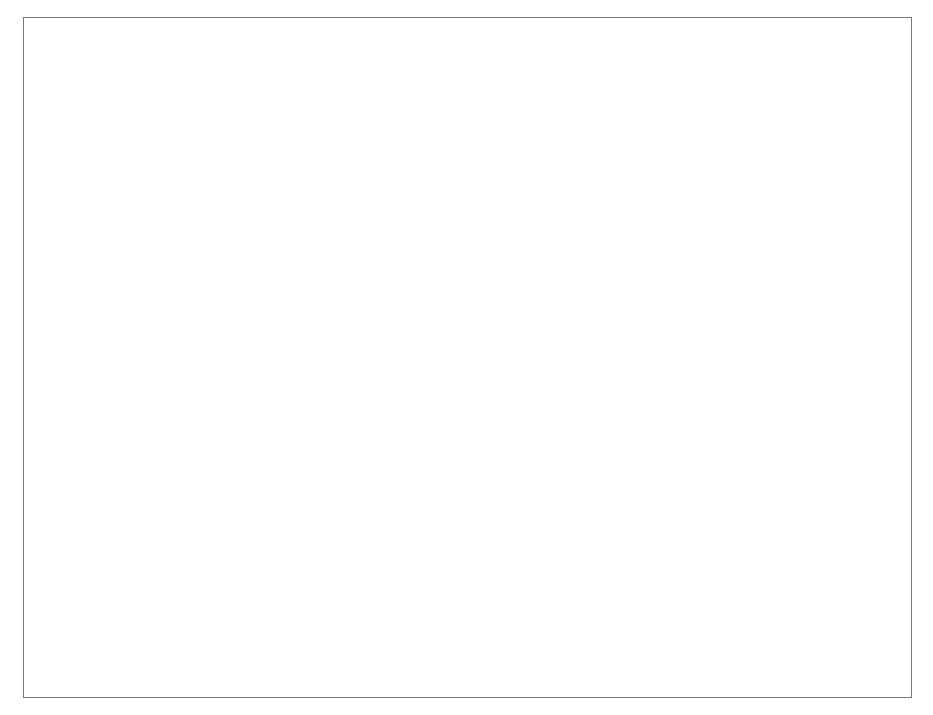
<source format=gbr>
%TF.GenerationSoftware,KiCad,Pcbnew,7.0.8*%
%TF.CreationDate,2024-04-12T09:27:46+03:00*%
%TF.ProjectId,PicoDrive,5069636f-4472-4697-9665-2e6b69636164,rev?*%
%TF.SameCoordinates,PX55854f8PY4548d10*%
%TF.FileFunction,Profile,NP*%
%FSLAX46Y46*%
G04 Gerber Fmt 4.6, Leading zero omitted, Abs format (unit mm)*
G04 Created by KiCad (PCBNEW 7.0.8) date 2024-04-12 09:27:46*
%MOMM*%
%LPD*%
G01*
G04 APERTURE LIST*
%TA.AperFunction,Profile*%
%ADD10C,0.100000*%
%TD*%
G04 APERTURE END LIST*
D10*
X75287500Y-57750000D02*
X162500Y-57750000D01*
X75325000Y-175000D02*
X75325000Y-57750000D01*
X200000Y-175000D02*
X75325000Y-175000D01*
X200000Y-57750000D02*
X200000Y-175000D01*
M02*

</source>
